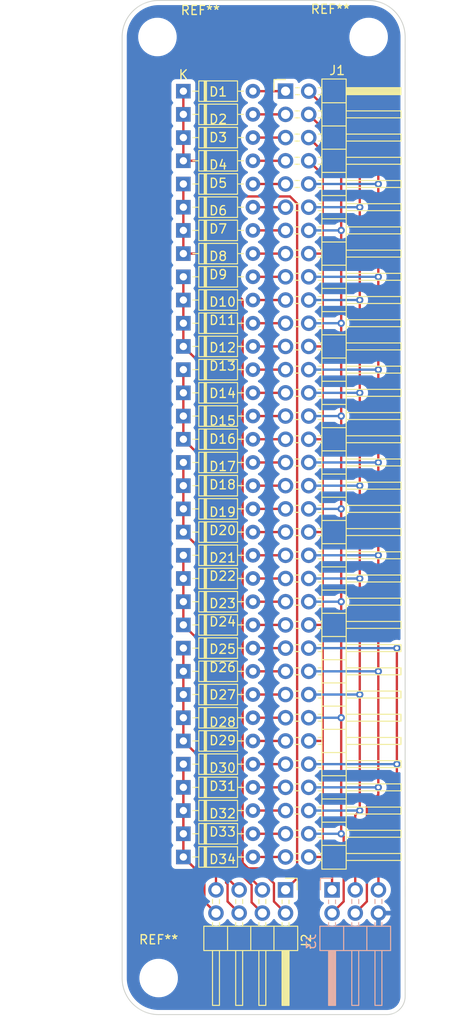
<source format=kicad_pcb>
(kicad_pcb (version 20211014) (generator pcbnew)
  (layers (0 "F.Cu" signal) (31 "B.Cu" mixed) (34 "B.Paste" user) (35 "F.Paste" user) (36 "B.SilkS" user "B.Silkscreen") (37 "F.SilkS" user "F.Silkscreen") (38 "B.Mask" user) (39 "F.Mask" user) (44 "Edge.Cuts" user))
  (net 0 "")
  (net 1 "Net-(D1-Pad1)")
  (net 2 "Net-(D1-Pad2)")
  (net 3 "Net-(D10-Pad1)")
  (net 4 "Net-(D6-Pad2)")
  (net 5 "Net-(D7-Pad2)")
  (net 6 "Net-(D8-Pad2)")
  (net 7 "Net-(D9-Pad2)")
  (net 8 "Net-(D10-Pad2)")
  (net 9 "Net-(D11-Pad2)")
  (net 10 "Net-(D12-Pad2)")
  (net 11 "Net-(D13-Pad2)")
  (net 12 "Net-(D14-Pad2)")
  (net 13 "Net-(D15-Pad2)")
  (net 14 "Net-(D16-Pad2)")
  (net 15 "Net-(D17-Pad2)")
  (net 16 "Net-(D18-Pad2)")
  (net 17 "Net-(D19-Pad2)")
  (net 18 "Net-(D20-Pad2)")
  (net 19 "Net-(D21-Pad2)")
  (net 20 "Net-(D22-Pad2)")
  (net 21 "Net-(D23-Pad2)")
  (net 22 "Net-(D24-Pad2)")
  (net 23 "Net-(D25-Pad2)")
  (net 24 "Net-(D26-Pad2)")
  (net 25 "Net-(D27-Pad2)")
  (net 26 "Net-(D28-Pad2)")
  (net 27 "Net-(D29-Pad2)")
  (net 28 "Net-(D30-Pad1)")
  (net 29 "Net-(D30-Pad2)")
  (net 30 "Net-(D31-Pad2)")
  (net 31 "Net-(D32-Pad2)")
  (net 32 "Net-(D33-Pad2)")
  (net 33 "Net-(D34-Pad2)")
  (net 34 "Net-(D2-Pad2)")
  (net 35 "Net-(D3-Pad2)")
  (net 36 "Net-(D4-Pad2)")
  (net 37 "Net-(D5-Pad2)")
  (net 38 "Net-(D13-Pad1)")
  (net 39 "Net-(D17-Pad1)")
  (net 40 "Net-(D21-Pad1)")
  (net 41 "Net-(D25-Pad1)")
  (net 42 "Net-(D5-Pad1)")
  (net 43 "Net-(J1-Pad2)")
  (net 44 "Net-(J1-Pad12)")
  (net 45 "Net-(J1-Pad14)")
  (net 46 "Net-(J1-Pad16)")
  (net 47 "Net-(J1-Pad50)")
  (net 48 "GND")
  (footprint "Diode_THT:D_DO-35_SOD27_P7.62mm_Horizontal" (layer "F.Cu") (at 77.708 140.208)
    (fp_text reference "D33" (at 4.292 -0.208) (layer "F.SilkS"))
    (fp_text value "1N4148WS")
    (pad "1" thru_hole rect (at 0 0) (size 1.6 1.6) (drill 0.8) (layers *.Cu *.Mask) (net 28 "Net-(D30-Pad1)"))
    (pad "2" thru_hole oval (at 7.62 0) (size 1.6 1.6) (drill 0.8) (layers *.Cu *.Mask) (net 32 "Net-(D33-Pad2)"))
  )
  (footprint "Diode_THT:D_DO-35_SOD27_P7.62mm_Horizontal" (layer "F.Cu") (at 77.708 142.748)
    (fp_text reference "D34" (at 4.292 0.252) (layer "F.SilkS"))
    (fp_text value "1N4148WS")
    (pad "1" thru_hole rect (at 0 0) (size 1.6 1.6) (drill 0.8) (layers *.Cu *.Mask) (net 28 "Net-(D30-Pad1)"))
    (pad "2" thru_hole oval (at 7.62 0) (size 1.6 1.6) (drill 0.8) (layers *.Cu *.Mask) (net 33 "Net-(D34-Pad2)"))
  )
  (footprint "Diode_THT:D_DO-35_SOD27_P7.62mm_Horizontal" (layer "F.Cu") (at 77.708 69.088)
    (fp_text reference "D5" (at 3.81 -0.088) (layer "F.SilkS"))
    (fp_text value "1N4148WS")
    (pad "1" thru_hole rect (at 0 0) (size 1.6 1.6) (drill 0.8) (layers *.Cu *.Mask) (net 42 "Net-(D5-Pad1)"))
    (pad "2" thru_hole oval (at 7.62 0) (size 1.6 1.6) (drill 0.8) (layers *.Cu *.Mask) (net 37 "Net-(D5-Pad2)"))
  )
  (footprint "Diode_THT:D_DO-35_SOD27_P7.62mm_Horizontal" (layer "F.Cu") (at 77.708 58.928)
    (fp_text reference "D1" (at 3.81 0.072) (layer "F.SilkS"))
    (fp_text value "1N4148WS")
    (fp_text user "K" (at 0 -1.8) (layer "F.SilkS"))
    (pad "1" thru_hole rect (at 0 0) (size 1.6 1.6) (drill 0.8) (layers *.Cu *.Mask) (net 1 "Net-(D1-Pad1)"))
    (pad "2" thru_hole oval (at 7.62 0) (size 1.6 1.6) (drill 0.8) (layers *.Cu *.Mask) (net 2 "Net-(D1-Pad2)"))
  )
  (footprint "Diode_THT:D_DO-35_SOD27_P7.62mm_Horizontal" (layer "F.Cu") (at 77.708 124.968)
    (fp_text reference "D27" (at 4.292 0.032) (layer "F.SilkS"))
    (fp_text value "1N4148WS")
    (pad "1" thru_hole rect (at 0 0) (size 1.6 1.6) (drill 0.8) (layers *.Cu *.Mask) (net 41 "Net-(D25-Pad1)"))
    (pad "2" thru_hole oval (at 7.62 0) (size 1.6 1.6) (drill 0.8) (layers *.Cu *.Mask) (net 25 "Net-(D27-Pad2)"))
  )
  (footprint "Diode_THT:D_DO-35_SOD27_P7.62mm_Horizontal" (layer "F.Cu") (at 77.708 94.488)
    (fp_text reference "D15" (at 4.292 0.512) (layer "F.SilkS"))
    (fp_text value "1N4148WS")
    (pad "1" thru_hole rect (at 0 0) (size 1.6 1.6) (drill 0.8) (layers *.Cu *.Mask) (net 38 "Net-(D13-Pad1)"))
    (pad "2" thru_hole oval (at 7.62 0) (size 1.6 1.6) (drill 0.8) (layers *.Cu *.Mask) (net 13 "Net-(D15-Pad2)"))
  )
  (footprint "Diode_THT:D_DO-35_SOD27_P7.62mm_Horizontal" (layer "F.Cu") (at 77.708 109.728)
    (fp_text reference "D21" (at 4.292 0.272) (layer "F.SilkS"))
    (fp_text value "1N4148WS")
    (pad "1" thru_hole rect (at 0 0) (size 1.6 1.6) (drill 0.8) (layers *.Cu *.Mask) (net 40 "Net-(D21-Pad1)"))
    (pad "2" thru_hole oval (at 7.62 0) (size 1.6 1.6) (drill 0.8) (layers *.Cu *.Mask) (net 19 "Net-(D21-Pad2)"))
  )
  (footprint "Diode_THT:D_DO-35_SOD27_P7.62mm_Horizontal" (layer "F.Cu") (at 77.708 91.948)
    (fp_text reference "D14" (at 4.292 0.052) (layer "F.SilkS"))
    (fp_text value "1N4148WS")
    (pad "1" thru_hole rect (at 0 0) (size 1.6 1.6) (drill 0.8) (layers *.Cu *.Mask) (net 38 "Net-(D13-Pad1)"))
    (pad "2" thru_hole oval (at 7.62 0) (size 1.6 1.6) (drill 0.8) (layers *.Cu *.Mask) (net 12 "Net-(D14-Pad2)"))
  )
  (footprint "Diode_THT:D_DO-35_SOD27_P7.62mm_Horizontal" (layer "F.Cu") (at 77.708 137.668)
    (fp_text reference "D32" (at 4.292 0.332) (layer "F.SilkS"))
    (fp_text value "1N4148WS")
    (pad "1" thru_hole rect (at 0 0) (size 1.6 1.6) (drill 0.8) (layers *.Cu *.Mask) (net 28 "Net-(D30-Pad1)"))
    (pad "2" thru_hole oval (at 7.62 0) (size 1.6 1.6) (drill 0.8) (layers *.Cu *.Mask) (net 31 "Net-(D32-Pad2)"))
  )
  (footprint "Diode_THT:D_DO-35_SOD27_P7.62mm_Horizontal" (layer "F.Cu") (at 77.708 102.108)
    (fp_text reference "D18" (at 4.292 -0.108) (layer "F.SilkS"))
    (fp_text value "1N4148WS")
    (pad "1" thru_hole rect (at 0 0) (size 1.6 1.6) (drill 0.8) (layers *.Cu *.Mask) (net 39 "Net-(D17-Pad1)"))
    (pad "2" thru_hole oval (at 7.62 0) (size 1.6 1.6) (drill 0.8) (layers *.Cu *.Mask) (net 16 "Net-(D18-Pad2)"))
  )
  (footprint "Diode_THT:D_DO-35_SOD27_P7.62mm_Horizontal" (layer "F.Cu") (at 77.708 135.128)
    (fp_text reference "D31" (at 4.292 -0.128) (layer "F.SilkS"))
    (fp_text value "1N4148WS")
    (pad "1" thru_hole rect (at 0 0) (size 1.6 1.6) (drill 0.8) (layers *.Cu *.Mask) (net 28 "Net-(D30-Pad1)"))
    (pad "2" thru_hole oval (at 7.62 0) (size 1.6 1.6) (drill 0.8) (layers *.Cu *.Mask) (net 30 "Net-(D31-Pad2)"))
  )
  (footprint "Diode_THT:D_DO-35_SOD27_P7.62mm_Horizontal" (layer "F.Cu") (at 77.708 114.808)
    (fp_text reference "D23" (at 4.292 0.192) (layer "F.SilkS"))
    (fp_text value "1N4148WS")
    (pad "1" thru_hole rect (at 0 0) (size 1.6 1.6) (drill 0.8) (layers *.Cu *.Mask) (net 40 "Net-(D21-Pad1)"))
    (pad "2" thru_hole oval (at 7.62 0) (size 1.6 1.6) (drill 0.8) (layers *.Cu *.Mask) (net 21 "Net-(D23-Pad2)"))
  )
  (footprint "Diode_THT:D_DO-35_SOD27_P7.62mm_Horizontal" (layer "F.Cu") (at 77.708 81.788)
    (fp_text reference "D10" (at 4.292 0.212) (layer "F.SilkS"))
    (fp_text value "1N4148WS")
    (pad "1" thru_hole rect (at 0 0) (size 1.6 1.6) (drill 0.8) (layers *.Cu *.Mask) (net 3 "Net-(D10-Pad1)"))
    (pad "2" thru_hole oval (at 7.62 0) (size 1.6 1.6) (drill 0.8) (layers *.Cu *.Mask) (net 8 "Net-(D10-Pad2)"))
  )
  (footprint "Diode_THT:D_DO-35_SOD27_P7.62mm_Horizontal" (layer "F.Cu") (at 77.708 127.508)
    (fp_text reference "D28" (at 4.292 0.492) (layer "F.SilkS"))
    (fp_text value "1N4148WS")
    (pad "1" thru_hole rect (at 0 0) (size 1.6 1.6) (drill 0.8) (layers *.Cu *.Mask) (net 41 "Net-(D25-Pad1)"))
    (pad "2" thru_hole oval (at 7.62 0) (size 1.6 1.6) (drill 0.8) (layers *.Cu *.Mask) (net 26 "Net-(D28-Pad2)"))
  )
  (footprint "MountingHole:MountingHole_3.2mm_M3" (layer "F.Cu") (at 98 53)
    (fp_text reference "REF**" (at -4.191 -3.048) (layer "F.SilkS"))
    (fp_text value "MountingHole_3.2mm_M3")
    (pad "" np_thru_hole circle (at 0 0) (size 3.2 3.2) (drill 3.2) (layers *.Cu *.Mask))
  )
  (footprint "Diode_THT:D_DO-35_SOD27_P7.62mm_Horizontal" (layer "F.Cu") (at 77.708 132.588)
    (fp_text reference "D30" (at 4.292 0.412) (layer "F.SilkS"))
    (fp_text value "1N4148WS")
    (pad "1" thru_hole rect (at 0 0) (size 1.6 1.6) (drill 0.8) (layers *.Cu *.Mask) (net 28 "Net-(D30-Pad1)"))
    (pad "2" thru_hole oval (at 7.62 0) (size 1.6 1.6) (drill 0.8) (layers *.Cu *.Mask) (net 29 "Net-(D30-Pad2)"))
  )
  (footprint "Diode_THT:D_DO-35_SOD27_P7.62mm_Horizontal" (layer "F.Cu") (at 77.708 66.548)
    (fp_text reference "D4" (at 3.81 0.452) (layer "F.SilkS"))
    (fp_text value "1N4148WS")
    (pad "1" thru_hole rect (at 0 0) (size 1.6 1.6) (drill 0.8) (layers *.Cu *.Mask) (net 1 "Net-(D1-Pad1)"))
    (pad "2" thru_hole oval (at 7.62 0) (size 1.6 1.6) (drill 0.8) (layers *.Cu *.Mask) (net 36 "Net-(D4-Pad2)"))
  )
  (footprint "Diode_THT:D_DO-35_SOD27_P7.62mm_Horizontal" (layer "F.Cu") (at 77.708 86.868)
    (fp_text reference "D12" (at 4.292 0.132) (layer "F.SilkS"))
    (fp_text value "1N4148WS")
    (pad "1" thru_hole rect (at 0 0) (size 1.6 1.6) (drill 0.8) (layers *.Cu *.Mask) (net 3 "Net-(D10-Pad1)"))
    (pad "2" thru_hole oval (at 7.62 0) (size 1.6 1.6) (drill 0.8) (layers *.Cu *.Mask) (net 10 "Net-(D12-Pad2)"))
  )
  (footprint "Diode_THT:D_DO-35_SOD27_P7.62mm_Horizontal" (layer "F.Cu") (at 77.708 76.708)
    (fp_text reference "D8" (at 3.81 0.292) (layer "F.SilkS"))
    (fp_text value "1N4148WS")
    (pad "1" thru_hole rect (at 0 0) (size 1.6 1.6) (drill 0.8) (layers *.Cu *.Mask) (net 42 "Net-(D5-Pad1)"))
    (pad "2" thru_hole oval (at 7.62 0) (size 1.6 1.6) (drill 0.8) (layers *.Cu *.Mask) (net 6 "Net-(D8-Pad2)"))
  )
  (footprint "Connector_PinHeader_2.54mm:PinHeader_2x34_P2.54mm_Horizontal" (layer "F.Cu") (at 88.9 58.928)
    (fp_text reference "J1" (at 5.655 -2.27) (layer "F.SilkS"))
    (fp_text value "Conn_02x34_Odd_Even")
    (pad "1" thru_hole rect (at 0 0) (size 1.7 1.7) (drill 1) (layers *.Cu *.Mask) (net 2 "Net-(D1-Pad2)"))
    (pad "2" thru_hole oval (at 2.54 0) (size 1.7 1.7) (drill 1) (layers *.Cu *.Mask) (net 43 "Net-(J1-Pad2)"))
    (pad "3" thru_hole oval (at 0 2.54) (size 1.7 1.7) (drill 1) (layers *.Cu *.Mask) (net 34 "Net-(D2-Pad2)"))
    (pad "4" thru_hole oval (at 2.54 2.54) (size 1.7 1.7) (drill 1) (layers *.Cu *.Mask) (net 44 "Net-(J1-Pad12)"))
    (pad "5" thru_hole oval (at 0 5.08) (size 1.7 1.7) (drill 1) (layers *.Cu *.Mask) (net 35 "Net-(D3-Pad2)"))
    (pad "6" thru_hole oval (at 2.54 5.08) (size 1.7 1.7) (drill 1) (layers *.Cu *.Mask) (net 45 "Net-(J1-Pad14)"))
    (pad "7" thru_hole oval (at 0 7.62) (size 1.7 1.7) (drill 1) (layers *.Cu *.Mask) (net 36 "Net-(D4-Pad2)"))
    (pad "8" thru_hole oval (at 2.54 7.62) (size 1.7 1.7) (drill 1) (layers *.Cu *.Mask) (net 46 "Net-(J1-Pad16)"))
    (pad "9" thru_hole oval (at 0 10.16) (size 1.7 1.7) (drill 1) (layers *.Cu *.Mask) (net 37 "Net-(D5-Pad2)"))
    (pad "10" thru_hole oval (at 2.54 10.16) (size 1.7 1.7) (drill 1) (layers *.Cu *.Mask) (net 43 "Net-(J1-Pad2)"))
    (pad "11" thru_hole oval (at 0 12.7) (size 1.7 1.7) (drill 1) (layers *.Cu *.Mask) (net 4 "Net-(D6-Pad2)"))
    (pad "12" thru_hole oval (at 2.54 12.7) (size 1.7 1.7) (drill 1) (layers *.Cu *.Mask) (net 44 "Net-(J1-Pad12)"))
    (pad "13" thru_hole oval (at 0 15.24) (size 1.7 1.7) (drill 1) (layers *.Cu *.Mask) (net 5 "Net-(D7-Pad2)"))
    (pad "14" thru_hole oval (at 2.54 15.24) (size 1.7 1.7) (drill 1) (layers *.Cu *.Mask) (net 45 "Net-(J1-Pad14)"))
    (pad "15" thru_hole oval (at 0 17.78) (size 1.7 1.7) (drill 1) (layers *.Cu *.Mask) (net 6 "Net-(D8-Pad2)"))
    (pad "16" thru_hole oval (at 2.54 17.78) (size 1.7 1.7) (drill 1) (layers *.Cu *.Mask) (net 46 "Net-(J1-Pad16)"))
    (pad "17" thru_hole oval (at 0 20.32) (size 1.7 1.7) (drill 1) (layers *.Cu *.Mask) (net 7 "Net-(D9-Pad2)"))
    (pad "18" thru_hole oval (at 2.54 20.32) (size 1.7 1.7) (drill 1) (layers *.Cu *.Mask) (net 43 "Net-(J1-Pad2)"))
    (pad "19" thru_hole oval (at 0 22.86) (size 1.7 1.7) (drill 1) (layers *.Cu *.Mask) (net 8 "Net-(D10-Pad2)"))
    (pad "20" thru_hole oval (at 2.54 22.86) (size 1.7 1.7) (drill 1) (layers *.Cu *.Mask) (net 44 "Net-(J1-Pad12)"))
    (pad "21" thru_hole oval (at 0 25.4) (size 1.7 1.7) (drill 1) (layers *.Cu *.Mask) (net 9 "Net-(D11-Pad2)"))
    (pad "22" thru_hole oval (at 2.54 25.4) (size 1.7 1.7) (drill 1) (layers *.Cu *.Mask) (net 45 "Net-(J1-Pad14)"))
    (pad "23" thru_hole oval (at 0 27.94) (size 1.7 1.7) (drill 1) (layers *.Cu *.Mask) (net 10 "Net-(D12-Pad2)"))
    (pad "24" thru_hole oval (at 2.54 27.94) (size 1.7 1.7) (drill 1) (layers *.Cu *.Mask) (net 46 "Net-(J1-Pad16)"))
    (pad "25" thru_hole oval (at 0 30.48) (size 1.7 1.7) (drill 1) (layers *.Cu *.Mask) (net 11 "Net-(D13-Pad2)"))
    (pad "26" thru_hole oval (at 2.54 30.48) (size 1.7 1.7) (drill 1) (layers *.Cu *.Mask) (net 43 "Net-(J1-Pad2)"))
    (pad "27" thru_hole oval (at 0 33.02) (size 1.7 1.7) (drill 1) (layers *.Cu *.Mask) (net 12 "Net-(D14-Pad2)"))
    (pad "28" thru_hole oval (at 2.54 33.02) (size 1.7 1.7) (drill 1) (layers *.Cu *.Mask) (net 44 "Net-(J1-Pad12)"))
    (pad "29" thru_hole oval (at 0 35.56) (size 1.7 1.7) (drill 1) (layers *.Cu *.Mask) (net 13 "Net-(D15-Pad2)"))
    (pad "30" thru_hole oval (at 2.54 35.56) (size 1.7 1.7) (drill 1) (layers *.Cu *.Mask) (net 45 "Net-(J1-Pad14)"))
    (pad "31" thru_hole oval (at 0 38.1) (size 1.7 1.7) (drill 1) (layers *.Cu *.Mask) (net 14 "Net-(D16-Pad2)"))
    (pad "32" thru_hole oval (at 2.54 38.1) (size 1.7 1.7) (drill 1) (layers *.Cu *.Mask) (net 46 "Net-(J1-Pad16)"))
    (pad "33" thru_hole oval (at 0 40.64) (size 1.7 1.7) (drill 1) (layers *.Cu *.Mask) (net 15 "Net-(D17-Pad2)"))
    (pad "34" thru_hole oval (at 2.54 40.64) (size 1.7 1.7) (drill 1) (layers *.Cu *.Mask) (net 43 "Net-(J1-Pad2)"))
    (pad "35" thru_hole oval (at 0 43.18) (size 1.7 1.7) (drill 1) (layers *.Cu *.Mask) (net 16 "Net-(D18-Pad2)"))
    (pad "36" thru_hole oval (at 2.54 43.18) (size 1.7 1.7) (drill 1) (layers *.Cu *.Mask) (net 44 "Net-(J1-Pad12)"))
    (pad "37" thru_hole oval (at 0 45.72) (size 1.7 1.7) (drill 1) (layers *.Cu *.Mask) (net 17 "Net-(D19-Pad2)"))
    (pad "38" thru_hole oval (at 2.54 45.72) (size 1.7 1.7) (drill 1) (layers *.Cu *.Mask) (net 45 "Net-(J1-Pad14)"))
    (pad "39" thru_hole oval (at 0 48.26) (size 1.7 1.7) (drill 1) (layers *.Cu *.Mask) (net 18 "Net-(D20-Pad2)"))
    (pad "40" thru_hole oval (at 2.54 48.26) (size 1.7 1.7) (drill 1) (layers *.Cu *.Mask) (net 46 "Net-(J1-Pad16)"))
    (pad "41" thru_hole oval (at 0 50.8) (size 1.7 1.7) (drill 1) (layers *.Cu *.Mask) (net 19 "Net-(D21-Pad2)"))
    (pad "42" thru_hole oval (at 2.54 50.8) (size 1.7 1.7) (drill 1) (layers *.Cu *.Mask) (net 43 "Net-(J1-Pad2)"))
    (pad "43" thru_hole oval (at 0 53.34) (size 1.7 1.7) (drill 1) (layers *.Cu *.Mask) (net 20 "Net-(D22-Pad2)"))
    (pad "44" thru_hole oval (at 2.54 53.34) (size 1.7 1.7) (drill 1) (layers *.Cu *.Mask) (net 44 "Net-(J1-Pad12)"))
    (pad "45" thru_hole oval (at 0 55.88) (size 1.7 1.7) (drill 1) (layers *.Cu *.Mask) (net 21 "Net-(D23-Pad2)"))
    (pad "46" thru_hole oval (at 2.54 55.88) (size 1.7 1.7) (drill 1) (layers *.Cu *.Mask) (net 45 "Net-(J1-Pad14)"))
    (pad "47" thru_hole oval (at 0 58.42) (size 1.7 1.7) (drill 1) (layers *.Cu *.Mask) (net 22 "Net-(D24-Pad2)"))
    (pad "48" thru_hole oval (at 2.54 58.42) (size 1.7 1.7) (drill 1) (layers *.Cu *.Mask) (net 46 "Net-(J1-Pad16)"))
    (pad "49" thru_hole oval (at 0 60.96) (size 1.7 1.7) (drill 1) (layers *.Cu *.Mask) (net 23 "Net-(D25-Pad2)"))
    (pad "50" thru_hole oval (at 2.54 60.96) (size 1.7 1.7) (drill 1) (layers *.Cu *.Mask) (net 47 "Net-(J1-Pad50)"))
    (pad "51" thru_hole oval (at 0 63.5) (size 1.7 1.7) (drill 1) (layers *.Cu *.Mask) (net 24 "Net-(D26-Pad2)"))
    (pad "52" thru_hole oval (at 2.54 63.5) (size 1.7 1.7) (drill 1) (layers *.Cu *.Mask) (net 43 "Net-(J1-Pad2)"))
    (pad "53" thru_hole oval (at 0 66.04) (size 1.7 1.7) (drill 1) (layers *.Cu *.Mask) (net 25 "Net-(D27-Pad2)"))
    (pad "54" thru_hole oval (at 2.54 66.04) (size 1.7 1.7) (drill 1) (layers *.Cu *.Mask) (net 44 "Net-(J1-Pad12)"))
    (pad "55" thru_hole oval (at 0 68.58) (size 1.7 1.7) (drill 1) (layers *.Cu *.Mask) (net 26 "Net-(D28-Pad2)"))
    (pad "56" thru_hole oval (at 2.54 68.58) (size 1.7 1.7) (drill 1) (layers *.Cu *.Mask) (net 45 "Net-(J1-Pad14)"))
    (pad "57" thru_hole oval (at 0 71.12) (size 1.7 1.7) (drill 1) (layers *.Cu *.Mask) (net 27 "Net-(D29-Pad2)"))
    (pad "58" thru_hole oval (at 2.54 71.12) (size 1.7 1.7) (drill 1) (layers *.Cu *.Mask) (net 46 "Net-(J1-Pad16)"))
    (pad "59" thru_hole oval (at 0 73.66) (size 1.7 1.7) (drill 1) (layers *.Cu *.Mask) (net 29 "Net-(D30-Pad2)"))
    (pad "60" thru_hole oval (at 2.54 73.66) (size 1.7 1.7) (drill 1) (layers *.Cu *.Mask) (net 47 "Net-(J1-Pad50)"))
    (pad "61" thru_hole oval (at 0 76.2) (size 1.7 1.7) (drill 1) (layers *.Cu *.Mask) (net 30 "Net-(D31-Pad2)"))
    (pad "62" thru_hole oval (at 2.54 76.2) (size 1.7 1.7) (drill 1) (layers *.Cu *.Mask) (net 43 "Net-(J1-Pad2)"))
    (pad "63" thru_hole oval (at 0 78.74) (size 1.7 1.7) (drill 1) (layers *.Cu *.Mask) (net 31 "Net-(D32-Pad2)"))
    (pad "64" thru_hole oval (at 2.54 78.74) (size 1.7 1.7) (drill 1) (layers *.Cu *.Mask) (net 44 "Net-(J1-Pad12)"))
    (pad "65" thru_hole oval (at 0 81.28) (size 1.7 1.7) (drill 1) (layers *.Cu *.Mask) (net 32 "Net-(D33-Pad2)"))
    (pad "66" thru_hole oval (at 2.54 81.28) (size 1.7 1.7) (drill 1) (layers *.Cu *.Mask) (net 45 "Net-(J1-Pad14)"))
    (pad "67" thru_hole oval (at 0 83.82) (size 1.7 1.7) (drill 1) (layers *.Cu *.Mask) (net 33 "Net-(D34-Pad2)"))
    (pad "68" thru_hole oval (at 2.54 83.82) (size 1.7 1.7) (drill 1) (layers *.Cu *.Mask) (net 46 "Net-(J1-Pad16)"))
  )
  (footprint "Diode_THT:D_DO-35_SOD27_P7.62mm_Horizontal" (layer "F.Cu") (at 77.708 61.468)
    (fp_text reference "D2" (at 3.81 0.532) (layer "F.SilkS"))
    (fp_text value "1N4148WS")
    (pad "1" thru_hole rect (at 0 0) (size 1.6 1.6) (drill 0.8) (layers *.Cu *.Mask) (net 1 "Net-(D1-Pad1)"))
    (pad "2" thru_hole oval (at 7.62 0) (size 1.6 1.6) (drill 0.8) (layers *.Cu *.Mask) (net 34 "Net-(D2-Pad2)"))
  )
  (footprint "Diode_THT:D_DO-35_SOD27_P7.62mm_Horizontal" (layer "F.Cu") (at 77.708 71.628)
    (fp_text reference "D6" (at 3.81 0.372) (layer "F.SilkS"))
    (fp_text value "1N4148WS")
    (pad "1" thru_hole rect (at 0 0) (size 1.6 1.6) (drill 0.8) (layers *.Cu *.Mask) (net 42 "Net-(D5-Pad1)"))
    (pad "2" thru_hole oval (at 7.62 0) (size 1.6 1.6) (drill 0.8) (layers *.Cu *.Mask) (net 4 "Net-(D6-Pad2)"))
  )
  (footprint "MountingHole:MountingHole_3.2mm_M3" (layer "F.Cu") (at 75 156)
    (fp_text reference "REF**" (at 0 -4.2) (layer "F.SilkS"))
    (fp_text value "MountingHole_3.2mm_M3")
    (pad "" np_thru_hole circle (at 0 0) (size 3.2 3.2) (drill 3.2) (layers *.Cu *.Mask))
  )
  (footprint "Diode_THT:D_DO-35_SOD27_P7.62mm_Horizontal" (layer "F.Cu") (at 77.708 64.008)
    (fp_text reference "D3" (at 3.81 -0.008) (layer "F.SilkS"))
    (fp_text value "1N4148WS")
    (pad "1" thru_hole rect (at 0 0) (size 1.6 1.6) (drill 0.8) (layers *.Cu *.Mask) (net 1 "Net-(D1-Pad1)"))
    (pad "2" thru_hole oval (at 7.62 0) (size 1.6 1.6) (drill 0.8) (layers *.Cu *.Mask) (net 35 "Net-(D3-Pad2)"))
  )
  (footprint "Diode_THT:D_DO-35_SOD27_P7.62mm_Horizontal" (layer "F.Cu") (at 77.708 119.888)
    (fp_text reference "D25" (at 4.292 0.112) (layer "F.SilkS"))
    (fp_text value "1N4148WS")
    (pad "1" thru_hole rect (at 0 0) (size 1.6 1.6) (drill 0.8) (layers *.Cu *.Mask) (net 41 "Net-(D25-Pad1)"))
    (pad "2" thru_hole oval (at 7.62 0) (size 1.6 1.6) (drill 0.8) (layers *.Cu *.Mask) (net 23 "Net-(D25-Pad2)"))
  )
  (footprint "Diode_THT:D_DO-35_SOD27_P7.62mm_Horizontal" (layer "F.Cu") (at 77.708 112.268)
    (fp_text reference "D22" (at 4.292 -0.268) (layer "F.SilkS"))
    (fp_text value "1N4148WS")
    (pad "1" thru_hole rect (at 0 0) (size 1.6 1.6) (drill 0.8) (layers *.Cu *.Mask) (net 40 "Net-(D21-Pad1)"))
    (pad "2" thru_hole oval (at 7.62 0) (size 1.6 1.6) (drill 0.8) (layers *.Cu *.Mask) (net 20 "Net-(D22-Pad2)"))
  )
  (footprint "Diode_THT:D_DO-35_SOD27_P7.62mm_Horizontal" (layer "F.Cu") (at 77.708 107.188)
    (fp_text reference "D20" (at 4.292 -0.188) (layer "F.SilkS"))
    (fp_text value "1N4148WS")
    (pad "1" thru_hole rect (at 0 0) (size 1.6 1.6) (drill 0.8) (layers *.Cu *.Mask) (net 39 "Net-(D17-Pad1)"))
    (pad "2" thru_hole oval (at 7.62 0) (size 1.6 1.6) (drill 0.8) (layers *.Cu *.Mask) (net 18 "Net-(D20-Pad2)"))
  )
  (footprint "Diode_THT:D_DO-35_SOD27_P7.62mm_Horizontal" (layer "F.Cu") (at 77.708 74.168)
    (fp_text reference "D7" (at 3.81 -0.168) (layer "F.SilkS"))
    (fp_text value "1N4148WS")
    (pad "1" thru_hole rect (at 0 0) (size 1.6 1.6) (drill 0.8) (layers *.Cu *.Mask) (net 42 "Net-(D5-Pad1)"))
    (pad "2" thru_hole oval (at 7.62 0) (size 1.6 1.6) (drill 0.8) (layers *.Cu *.Mask) (net 5 "Net-(D7-Pad2)"))
  )
  (footprint "Diode_THT:D_DO-35_SOD27_P7.62mm_Horizontal" (layer "F.Cu") (at 77.708 117.348)
    (fp_text reference "D24" (at 4.292 -0.348) (layer "F.SilkS"))
    (fp_text value "1N4148WS")
    (pad "1" thru_hole rect (at 0 0) (size 1.6 1.6) (drill 0.8) (layers *.Cu *.Mask) (net 40 "Net-(D21-Pad1)"))
    (pad "2" thru_hole oval (at 7.62 0) (size 1.6 1.6) (drill 0.8) (layers *.Cu *.Mask) (net 22 "Net-(D24-Pad2)"))
  )
  (footprint "Diode_THT:D_DO-35_SOD27_P7.62mm_Horizontal" (layer "F.Cu") (at 77.708 130.048)
    (fp_text reference "D29" (at 4.292 -0.048) (layer "F.SilkS"))
    (fp_text value "1N4148WS")
    (pad "1" thru_hole rect (at 0 0) (size 1.6 1.6) (drill 0.8) (layers *.Cu *.Mask) (net 41 "Net-(D25-Pad1)"))
    (pad "2" thru_hole oval (at 7.62 0) (size 1.6 1.6) (drill 0.8) (layers *.Cu *.Mask) (net 27 "Net-(D29-Pad2)"))
  )
  (footprint "Diode_THT:D_DO-35_SOD27_P7.62mm_Horizontal" (layer "F.Cu") (at 77.708 104.648)
    (fp_text reference "D19" (at 4.292 0.352) (layer "F.SilkS"))
    (fp_text value "1N4148WS")
    (pad "1" thru_hole rect (at 0 0) (size 1.6 1.6) (drill 0.8) (layers *.Cu *.Mask) (net 39 "Net-(D17-Pad1)"))
    (pad "2" thru_hole oval (at 7.62 0) (size 1.6 1.6) (drill 0.8) (layers *.Cu *.Mask) (net 17 "Net-(D19-Pad2)"))
  )
  (footprint "Connector_PinHeader_2.54mm:PinHeader_2x04_P2.54mm_Horizontal" (layer "F.Cu") (at 88.9 146.35 -90)
    (fp_text reference "J2" (at 5.655 -2.27 90) (layer "F.SilkS"))
    (fp_text value "Conn_01x08_Male")
    (pad "1" thru_hole rect (at 0 0 270) (size 1.7 1.7) (drill 1) (layers *.Cu *.Mask) (net 1 "Net-(D1-Pad1)"))
    (pad "2" thru_hole oval (at 2.54 0 270) (size 1.7 1.7) (drill 1) (layers *.Cu *.Mask) (net 42 "Net-(D5-Pad1)"))
    (pad "3" thru_hole oval (at 0 2.54 270) (size 1.7 1.7) (drill 1) (layers *.Cu *.Mask) (net 3 "Net-(D10-Pad1)"))
    (pad "4" thru_hole oval (at 2.54 2.54 270) (size 1.7 1.7) (drill 1) (layers *.Cu *.Mask) (net 38 "Net-(D13-Pad1)"))
    (pad "5" thru_hole oval (at 0 5.08 270) (size 1.7 1.7) (drill 1) (layers *.Cu *.Mask) (net 39 "Net-(D17-Pad1)"))
    (pad "6" thru_hole oval (at 2.54 5.08 270) (size 1.7 1.7) (drill 1) (layers *.Cu *.Mask) (net 40 "Net-(D21-Pad1)"))
    (pad "7" thru_hole oval (at 0 7.62 270) (size 1.7 1.7) (drill 1) (layers *.Cu *.Mask) (net 41 "Net-(D25-Pad1)"))
    (pad "8" thru_hole oval (at 2.54 7.62 270) (size 1.7 1.7) (drill 1) (layers *.Cu *.Mask) (net 28 "Net-(D30-Pad1)"))
  )
  (footprint "Diode_THT:D_DO-35_SOD27_P7.62mm_Horizontal" (layer "F.Cu") (at 77.708 89.408)
    (fp_text reference "D13" (at 4.292 -0.408) (layer "F.SilkS"))
    (fp_text value "1N4148WS")
    (pad "1" thru_hole rect (at 0 0) (size 1.6 1.6) (drill 0.8) (layers *.Cu *.Mask) (net 38 "Net-(D13-Pad1)"))
    (pad "2" thru_hole oval (at 7.62 0) (size 1.6 1.6) (drill 0.8) (layers *.Cu *.Mask) (net 11 "Net-(D13-Pad2)"))
  )
  (footprint "Diode_THT:D_DO-35_SOD27_P7.62mm_Horizontal" (layer "F.Cu") (at 77.708 84.328)
    (fp_text reference "D11" (at 4.292 -0.328) (layer "F.SilkS"))
    (fp_text value "1N4148WS")
    (pad "1" thru_hole rect (at 0 0) (size 1.6 1.6) (drill 0.8) (layers *.Cu *.Mask) (net 3 "Net-(D10-Pad1)"))
    (pad "2" thru_hole oval (at 7.62 0) (size 1.6 1.6) (drill 0.8) (layers *.Cu *.Mask) (net 9 "Net-(D11-Pad2)"))
  )
  (footprint "Diode_THT:D_DO-35_SOD27_P7.62mm_Horizontal" (layer "F.Cu") (at 77.708 122.428)
    (fp_text reference "D26" (at 4.292 -0.428) (layer "F.SilkS"))
    (fp_text value "1N4148WS")
    (pad "1" thru_hole rect (at 0 0) (size 1.6 1.6) (drill 0.8) (layers *.Cu *.Mask) (net 41 "Net-(D25-Pad1)"))
    (pad "2" thru_hole oval (at 7.62 0) (size 1.6 1.6) (drill 0.8) (layers *.Cu *.Mask) (net 24 "Net-(D26-Pad2)"))
  )
  (footprint "Diode_THT:D_DO-35_SOD27_P7.62mm_Horizontal" (layer "F.Cu") (at 77.708 79.248)
    (fp_text reference "D9" (at 3.81 -0.248) (layer "F.SilkS"))
    (fp_text value "1N4148WS")
    (pad "1" thru_hole rect (at 0 0) (size 1.6 1.6) (drill 0.8) (layers *.Cu *.Mask) (net 3 "Net-(D10-Pad1)"))
    (pad "2" thru_hole oval (at 7.62 0) (size 1.6 1.6) (drill 0.8) (layers *.Cu *.Mask) (net 7 "Net-(D9-Pad2)"))
  )
  (footprint "Diode_THT:D_DO-35_SOD27_P7.62mm_Horizontal" (layer "F.Cu") (at 77.708 97.028)
    (fp_text reference "D16" (at 4.292 -0.028) (layer "F.SilkS"))
    (fp_text value "1N4148WS")
    (pad "1" thru_hole rect (at 0 0) (size 1.6 1.6) (drill 0.8) (layers *.Cu *.Mask) (net 38 "Net-(D13-Pad1)"))
    (pad "2" thru_hole oval (at 7.62 0) (size 1.6 1.6) (drill 0.8) (layers *.Cu *.Mask) (net 14 "Net-(D16-Pad2)"))
  )
  (footprint "Diode_THT:D_DO-35_SOD27_P7.62mm_Horizontal" (layer "F.Cu") (at 77.708 99.568)
    (fp_text reference "D17" (at 4.292 0.432) (layer "F.SilkS"))
    (fp_text value "1N4148WS")
    (pad "1" thru_hole rect (at 0 0) (size 1.6 1.6) (drill 0.8) (layers *.Cu *.Mask) (net 39 "Net-(D17-Pad1)"))
    (pad "2" thru_hole oval (at 7.62 0) (size 1.6 1.6) (drill 0.8) (layers *.Cu *.Mask) (net 15 "Net-(D17-Pad2)"))
  )
  (footprint "MountingHole:MountingHole_3.2mm_M3" (layer "F.Cu") (at 74.87 53)
    (fp_text reference "REF**" (at 4.699 -2.921) (layer "F.SilkS"))
    (fp_text value "MountingHole_3.2mm_M3")
    (pad "" np_thru_hole circle (at 0 0) (size 3.2 3.2) (drill 3.2) (layers *.Cu *.Mask))
  )
  (footprint "Connector_PinHeader_2.54mm:PinHeader_2x03_P2.54mm_Horizontal" (layer "B.Cu") (at 93.995 146.35 -90)
    (fp_text reference "J3" (at 5.655 2.27 90) (layer "B.SilkS") (effects (justify mirror)))
    (fp_text value "Conn_01x06_Male")
    (pad "1" thru_hole rect (at 0 0 270) (size 1.7 1.7) (drill 1) (layers *.Cu *.Mask) (net 46 "Net-(J1-Pad16)"))
    (pad "2" thru_hole oval (at 2.54 0 270) (size 1.7 1.7) (drill 1) (layers *.Cu *.Mask) (net 45 "Net-(J1-Pad14)"))
    (pad "3" thru_hole oval (at 0 -2.54 270) (size 1.7 1.7) (drill 1) (layers *.Cu *.Mask) (net 44 "Net-(J1-Pad12)"))
    (pad "4" thru_hole oval (at 2.54 -2.54 270) (size 1.7 1.7) (drill 1) (layers *.Cu *.Mask) (net 43 "Net-(J1-Pad2)"))
    (pad "5" thru_hole oval (at 0 -5.08 270) (size 1.7 1.7) (drill 1) (layers *.Cu *.Mask) (net 47 "Net-(J1-Pad50)"))
    (pad "6" thru_hole oval (at 2.54 -5.08 270) (size 1.7 1.7) (drill 1) (layers *.Cu *.Mask) (net 48 "GND"))
  )
  (gr_poly (pts (arc (start 102 53) (mid 100.828427 50.171573) (end 98 49)) (arc (start 75 49) (mid 72.171573 50.171573) (end 71 53)) (arc (start 71 156) (mid 72.171573 158.828427) (end 75 160)) (xy 84.192923 160) (arc (start 100 160) (mid 101.414214 159.414214) (end 102 158)) (xy 101.992077 57.717077)) (layer "Edge.Cuts") (width 0.1) (fill none))
  (segment (start 90.17 145.08) (end 90.17 71.23347) (width 0.254) (layer "F.Cu") (net 1))
  (segment (start 79.121 66.548) (end 77.708 66.548) (width 0.254) (layer "F.Cu") (net 1))
  (segment (start 90.17 71.23347) (end 89.38753 70.451) (width 0.254) (layer "F.Cu") (net 1))
  (segment (start 88.9 146.35) (end 90.17 145.08) (width 0.254) (layer "F.Cu") (net 1))
  (segment (start 77.708 58.928) (end 77.708 66.548) (width 0.254) (layer "F.Cu") (net 1))
  (segment (start 83.024 70.451) (end 79.121 66.548) (width 0.254) (layer "F.Cu") (net 1))
  (segment (start 89.38753 70.451) (end 83.024 70.451) (width 0.254) (layer "F.Cu") (net 1))
  (segment (start 85.328 58.928) (end 88.9 58.928) (width 0.254) (layer "F.Cu") (net 2))
  (segment (start 83.747 143.737) (end 86.36 146.35) (width 0.254) (layer "F.Cu") (net 3))
  (segment (start 77.708 79.248) (end 77.708 86.868) (width 0.254) (layer "F.Cu") (net 3))
  (segment (start 77.708 86.868) (end 83.747 92.907) (width 0.254) (layer "F.Cu") (net 3))
  (segment (start 83.747 92.907) (end 83.747 143.737) (width 0.254) (layer "F.Cu") (net 3))
  (segment (start 85.328 71.628) (end 88.9 71.628) (width 0.254) (layer "F.Cu") (net 4))
  (segment (start 85.328 74.168) (end 88.9 74.168) (width 0.254) (layer "F.Cu") (net 5))
  (segment (start 85.328 76.708) (end 88.9 76.708) (width 0.254) (layer "F.Cu") (net 6))
  (segment (start 88.9 79.248) (end 85.328 79.248) (width 0.254) (layer "F.Cu") (net 7))
  (segment (start 85.328 81.788) (end 88.9 81.788) (width 0.254) (layer "F.Cu") (net 8))
  (segment (start 85.328 84.328) (end 88.9 84.328) (width 0.254) (layer "F.Cu") (net 9))
  (segment (start 85.328 86.868) (end 88.9 86.868) (width 0.254) (layer "F.Cu") (net 10))
  (segment (start 85.328 89.408) (end 88.9 89.408) (width 0.254) (layer "F.Cu") (net 11))
  (segment (start 85.328 91.948) (end 88.9 91.948) (width 0.254) (layer "F.Cu") (net 12))
  (segment (start 85.328 94.488) (end 88.9 94.488) (width 0.254) (layer "F.Cu") (net 13))
  (segment (start 88.9 97.028) (end 85.328 97.028) (width 0.254) (layer "F.Cu") (net 14))
  (segment (start 85.328 99.568) (end 88.9 99.568) (width 0.254) (layer "F.Cu") (net 15))
  (segment (start 85.328 102.108) (end 88.9 102.108) (width 0.254) (layer "F.Cu") (net 16))
  (segment (start 85.328 104.648) (end 88.9 104.648) (width 0.254) (layer "F.Cu") (net 17))
  (segment (start 85.328 107.188) (end 88.9 107.188) (width 0.254) (layer "F.Cu") (net 18))
  (segment (start 85.328 109.728) (end 88.9 109.728) (width 0.254) (layer "F.Cu") (net 19))
  (segment (start 85.328 112.268) (end 88.9 112.268) (width 0.254) (layer "F.Cu") (net 20))
  (segment (start 85.328 114.808) (end 88.9 114.808) (width 0.254) (layer "F.Cu") (net 21))
  (segment (start 85.328 117.348) (end 88.9 117.348) (width 0.254) (layer "F.Cu") (net 22))
  (segment (start 85.328 119.888) (end 88.9 119.888) (width 0.254) (layer "F.Cu") (net 23))
  (segment (start 85.328 122.428) (end 88.9 122.428) (width 0.254) (layer "F.Cu") (net 24))
  (segment (start 85.328 124.968) (end 88.9 124.968) (width 0.254) (layer "F.Cu") (net 25))
  (segment (start 85.328 127.508) (end 88.9 127.508) (width 0.254) (layer "F.Cu") (net 26))
  (segment (start 85.328 130.048) (end 88.9 130.048) (width 0.254) (layer "F.Cu") (net 27))
  (segment (start 81.28 148.89) (end 80.01 147.62) (width 0.254) (layer "F.Cu") (net 28))
  (segment (start 77.708 142.748) (end 77.708 140.208) (width 0.254) (layer "F.Cu") (net 28))
  (segment (start 80.01 145.034) (end 79.994 145.034) (width 0.254) (layer "F.Cu") (net 28))
  (segment (start 77.708 135.128) (end 77.708 132.588) (width 0.254) (layer "F.Cu") (net 28))
  (segment (start 80.01 145.034) (end 79.51 144.534) (width 0.254) (layer "F.Cu") (net 28))
  (segment (start 77.708 140.208) (end 77.708 137.668) (width 0.254) (layer "F.Cu") (net 28))
  (segment (start 80.01 147.62) (end 80.01 145.034) (width 0.254) (layer "F.Cu") (net 28))
  (segment (start 79.51 144.534) (end 79.494 144.534) (width 0.254) (layer "F.Cu") (net 28))
  (segment (start 77.708 142.748) (end 77.708 132.588) (width 0.254) (layer "F.Cu") (net 28))
  (segment (start 79.994 145.034) (end 77.708 142.748) (width 0.254) (layer "F.Cu") (net 28))
  (segment (start 77.708 137.668) (end 77.708 135.128) (width 0.254) (layer "F.Cu") (net 28))
  (segment (start 79.494 144.534) (end 79.74 144.78) (width 0.254) (layer "F.Cu") (net 28))
  (segment (start 77.708 142.748) (end 79.494 144.534) (width 0.254) (layer "F.Cu") (net 28))
  (segment (start 85.328 132.588) (end 88.9 132.588) (width 0.254) (layer "F.Cu") (net 29))
  (segment (start 85.328 135.128) (end 88.9 135.128) (width 0.254) (layer "F.Cu") (net 30))
  (segment (start 85.328 137.668) (end 88.9 137.668) (width 0.254) (layer "F.Cu") (net 31))
  (segment (start 85.328 140.208) (end 88.9 140.208) (width 0.254) (layer "F.Cu") (net 32))
  (segment (start 86.233 142.748) (end 88.9 142.748) (width 0.254) (layer "F.Cu") (net 33))
  (segment (start 85.328 61.468) (end 88.9 61.468) (width 0.254) (layer "F.Cu") (net 34))
  (segment (start 85.328 64.008) (end 88.9 64.008) (width 0.254) (layer "F.Cu") (net 35))
  (segment (start 85.328 66.548) (end 88.9 66.548) (width 0.254) (layer "F.Cu") (net 36))
  (segment (start 85.328 69.088) (end 88.9 69.088) (width 0.254) (layer "F.Cu") (net 37))
  (segment (start 83.293 143.925052) (end 83.293 102.613) (width 0.254) (layer "F.Cu") (net 38))
  (segment (start 77.708 89.408) (end 77.708 97.028) (width 0.254) (layer "F.Cu") (net 38))
  (segment (start 85.183 145.815052) (end 83.293 143.925052) (width 0.254) (layer "F.Cu") (net 38))
  (segment (start 83.293 102.613) (end 77.708 97.028) (width 0.254) (layer "F.Cu") (net 38))
  (segment (start 86.36 148.89) (end 85.183 147.713) (width 0.254) (layer "F.Cu") (net 38))
  (segment (start 85.183 147.713) (end 85.183 145.815052) (width 0.254) (layer "F.Cu") (net 38))
  (segment (start 82.839 145.369) (end 83.82 146.35) (width 0.254) (layer "F.Cu") (net 39))
  (segment (start 82.839 112.319) (end 82.839 145.369) (width 0.254) (layer "F.Cu") (net 39))
  (segment (start 77.708 99.568) (end 77.708 107.188) (width 0.254) (layer "F.Cu") (net 39))
  (segment (start 77.708 107.188) (end 82.839 112.319) (width 0.254) (layer "F.Cu") (net 39))
  (segment (start 82.385 145.557053) (end 82.385 122.025) (width 0.254) (layer "F.Cu") (net 40))
  (segment (start 82.55 145.722053) (end 82.385 145.557053) (width 0.254) (layer "F.Cu") (net 40))
  (segment (start 77.708 117.348) (end 77.708 109.728) (width 0.254) (layer "F.Cu") (net 40))
  (segment (start 82.55 147.62) (end 82.55 145.722053) (width 0.254) (layer "F.Cu") (net 40))
  (segment (start 82.385 122.025) (end 77.708 117.348) (width 0.254) (layer "F.Cu") (net 40))
  (segment (start 83.82 148.89) (end 82.55 147.62) (width 0.254) (layer "F.Cu") (net 40))
  (segment (start 77.708 130.048) (end 77.708 119.888) (width 0.254) (layer "F.Cu") (net 41))
  (segment (start 77.708 130.048) (end 81.28 133.62) (width 0.254) (layer "F.Cu") (net 41))
  (segment (start 81.28 133.62) (end 81.28 146.35) (width 0.254) (layer "F.Cu") (net 41))
  (segment (start 84.201 81.788) (end 79.121 76.708) (width 0.254) (layer "F.Cu") (net 42))
  (segment (start 88.9 148.89) (end 87.62855 147.61855) (width 0.254) (layer "F.Cu") (net 42))
  (segment (start 84.818 144) (end 84.201 143.383) (width 0.254) (layer "F.Cu") (net 42))
  (segment (start 87.62855 147.61855) (end 87.62855 145.62855) (width 0.254) (layer "F.Cu") (net 42))
  (segment (start 77.708 69.088) (end 77.708 76.708) (width 0.254) (layer "F.Cu") (net 42))
  (segment (start 79.121 76.708) (end 77.708 76.708) (width 0.254) (layer "F.Cu") (net 42))
  (segment (start 87.62855 145.62855) (end 86 144) (width 0.254) (layer "F.Cu") (net 42))
  (segment (start 84.201 143.383) (end 84.201 81.788) (width 0.254) (layer "F.Cu") (net 42))
  (segment (start 86 144) (end 84.818 144) (width 0.254) (layer "F.Cu") (net 42))
  (segment (start 99.06 79.248) (end 99.06 69.088) (width 0.254) (layer "F.Cu") (net 43))
  (segment (start 99.06 89.408) (end 99.06 81.788) (width 0.254) (layer "F.Cu") (net 43))
  (segment (start 99.06 109.728) (end 99.06 102.108) (width 0.254) (layer "F.Cu") (net 43))
  (segment (start 99.06 135.128) (end 99.06 122.428) (width 0.254) (layer "F.Cu") (net 43))
  (segment (start 99.06 102.108) (end 99.06 99.568) (width 0.254) (layer "F.Cu") (net 43))
  (segment (start 99.06 91.948) (end 99.06 89.408) (width 0.254) (layer "F.Cu") (net 43))
  (segment (start 99.06 69.088) (end 99.06 66.548) (width 0.254) (layer "F.Cu") (net 43))
  (segment (start 99.06 66.548) (end 91.44 58.928) (width 0.254) (layer "F.Cu") (net 43))
  (segment (start 99.06 81.788) (end 99.06 79.248) (width 0.254) (layer "F.Cu") (net 43))
  (segment (start 99.06 135.128) (end 99.06 135.94) (width 0.254) (layer "F.Cu") (net 43))
  (segment (start 97.80645 147.61855) (end 96.535 148.89) (width 0.254) (layer "F.Cu") (net 43))
  (segment (start 97.80645 137.19355) (end 97.80645 147.61855) (width 0.254) (layer "F.Cu") (net 43))
  (segment (start 99.06 99.568) (end 99.06 91.948) (width 0.254) (layer "F.Cu") (net 43))
  (segment (start 99.06 112.268) (end 99.06 109.728) (width 0.254) (layer "F.Cu") (net 43))
  (segment (start 99.06 122.428) (end 99.06 112.268) (width 0.254) (layer "F.Cu") (net 43))
  (segment (start 99.06 135.94) (end 97.80645 137.19355) (width 0.254) (layer "F.Cu") (net 43))
  (via (at 99.06 109.728) (size 0.8) (drill 0.4) (layers "F.Cu" "B.Cu") (net 43))
  (via (at 99.06 89.408) (size 0.8) (drill 0.4) (layers "F.Cu" "B.Cu") (net 43))
  (via (at 99.06 122.428) (size 0.8) (drill 0.4) (layers "F.Cu" "B.Cu") (net 43))
  (via (at 99.06 69.088) (size 0.8) (drill 0.4) (layers "F.Cu" "B.Cu") (net 43))
  (via (at 99.06 79.248) (size 0.8) (drill 0.4) (layers "F.Cu" "B.Cu") (net 43))
  (via (at 99.06 99.568) (size 0.8) (drill 0.4) (layers "F.Cu" "B.Cu") (net 43))
  (via (at 99.06 135.128) (size 0.8) (drill 0.4) (layers "F.Cu" "B.Cu") (net 43))
  (segment (start 99.06 69.088) (end 91.44 69.088) (width 0.254) (layer "B.Cu") (net 43))
  (segment (start 91.44 122.428) (end 99.06 122.428) (width 0.254) (layer "B.Cu") (net 43))
  (segment (start 91.44 99.568) (end 99.06 99.568) (width 0.254) (layer "B.Cu") (net 43))
  (segment (start 91.44 79.248) (end 99.06 79.248) (width 0.254) (layer "B.Cu") (net 43))
  (segment (start 91.44 89.408) (end 99.06 89.408) (width 0.254) (layer "B.Cu") (net 43))
  (segment (start 91.44 135.128) (end 99.06 135.128) (width 0.254) (layer "B.Cu") (net 43))
  (segment (start 91.44 109.728) (end 99.06 109.728) (width 0.254) (layer "B.Cu") (net 43))
  (segment (start 97.028 112.268) (end 97.028 104.648) (width 0.254) (layer "F.Cu") (net 44))
  (segment (start 97.028 114.808) (end 97.028 112.268) (width 0.254) (layer "F.Cu") (net 44))
  (segment (start 97.028 137.668) (end 97.028 124.968) (width 0.254) (layer "F.Cu") (net 44))
  (segment (start 97.028 71.628) (end 97.028 67.056) (width 0.254) (layer "F.Cu") (net 44))
  (segment (start 97.028 104.648) (end 97.028 94.488) (width 0.254) (layer "F.Cu") (net 44))
  (segment (start 97.028 124.968) (end 97.028 114.808) (width 0.254) (layer "F.Cu") (net 44))
  (segment (start 96.535 138.161) (end 97.028 137.668) (width 0.254) (layer "F.Cu") (net 44))
  (segment (start 96.535 146.35) (end 96.535 138.161) (width 0.254) (layer "F.Cu") (net 44))
  (segment (start 97.028 94.488) (end 97.028 71.628) (width 0.254) (layer "F.Cu") (net 44))
  (segment (start 97.028 67.056) (end 91.44 61.468) (width 0.254) (layer "F.Cu") (net 44))
  (via (at 97.028 71.628) (size 0.8) (drill 0.4) (layers "F.Cu" "B.Cu") (net 44))
  (via (at 97.028 102.108) (size 0.8) (drill 0.4) (layers "F.Cu" "B.Cu") (net 44))
  (via (at 97.028 124.968) (size 0.8) (drill 0.4) (layers "F.Cu" "B.Cu") (net 44))
  (via (at 97.028 91.948) (size 0.8) (drill 0.4) (layers "F.Cu" "B.Cu") (net 44))
  (via (at 97.028 112.268) (size 0.8) (drill 0.4) (layers "F.Cu" "B.Cu") (net 44))
  (via (at 97.028 137.668) (size 0.8) (drill 0.4) (layers "F.Cu" "B.Cu") (net 44))
  (via (at 97.028 81.788) (size 0.8) (drill 0.4) (layers "F.Cu" "B.Cu") (net 44))
  (segment (start 91.44 112.268) (end 97.028 112.268) (width 0.254) (layer "B.Cu") (net 44))
  (segment (start 91.44 81.788) (end 97.028 81.788) (width 0.254) (layer "B.Cu") (net 44))
  (segment (start 91.44 71.628) (end 97.028 71.628) (width 0.254) (layer "B.Cu") (net 44))
  (segment (start 91.44 91.948) (end 97.028 91.948) (width 0.254) (layer "B.Cu") (net 44))
  (segment (start 91.44 124.968) (end 97.028 124.968) (width 0.254) (layer "B.Cu") (net 44))
  (segment (start 91.44 102.108) (end 97.028 102.108) (width 0.254) (layer "B.Cu") (net 44))
  (segment (start 91.44 137.668) (end 97.028 137.668) (width 0.254) (layer "B.Cu") (net 44))
  (segment (start 94.996 84.328) (end 94.996 74.168) (width 0.254) (layer "F.Cu") (net 45))
  (segment (start 94.996 127.508) (end 94.996 117.348) (width 0.254) (layer "F.Cu") (net 45))
  (segment (start 95.26645 140.47845) (end 94.996 140.208) (width 0.254) (layer "F.Cu") (net 45))
  (segment (start 93.995 148.89) (end 95.26645 147.61855) (width 0.254) (layer "F.Cu") (net 45))
  (segment (start 94.996 107.188) (end 94.996 84.328) (width 0.254) (layer "F.Cu") (net 45))
  (segment (start 94.996 74.168) (end 94.996 67.564) (width 0.254) (layer "F.Cu") (net 45))
  (segment (start 94.996 67.564) (end 91.44 64.008) (width 0.254) (layer "F.Cu") (net 45))
  (segment (start 95.26645 147.61855) (end 95.26645 140.47845) (width 0.254) (layer "F.Cu") (net 45))
  (segment (start 94.996 140.208) (end 94.996 127.508) (width 0.254) (layer "F.Cu") (net 45))
  (segment (start 94.996 117.348) (end 94.996 107.188) (width 0.254) (layer "F.Cu") (net 45))
  (via (at 94.996 74.168) (size 0.8) (drill 0.4) (layers "F.Cu" "B.Cu") (net 45))
  (via (at 94.996 127.508) (size 0.8) (drill 0.4) (layers "F.Cu" "B.Cu") (net 45))
  (via (at 94.996 140.208) (size 0.8) (drill 0.4) (layers "F.Cu" "B.Cu") (net 45))
  (via (at 94.996 114.808) (size 0.8) (drill 0.4) (layers "F.Cu" "B.Cu") (net 45))
  (via (at 94.996 84.328) (size 0.8) (drill 0.4) (layers "F.Cu" "B.Cu") (net 45))
  (via (at 94.996 94.488) (size 0.8) (drill 0.4) (layers "F.Cu" "B.Cu") (net 45))
  (via (at 94.996 104.648) (size 0.8) (drill 0.4) (layers "F.Cu" "B.Cu") (net 45))
  (segment (start 91.44 84.328) (end 94.996 84.328) (width 0.254) (layer "B.Cu") (net 45))
  (segment (start 91.44 127.508) (end 94.996 127.508) (width 0.254) (layer "B.Cu") (net 45))
  (segment (start 91.44 104.648) (end 94.996 104.648) (width 0.254) (layer "B.Cu") (net 45))
  (segment (start 91.44 114.808) (end 94.996 114.808) (width 0.254) (layer "B.Cu") (net 45))
  (segment (start 91.44 74.168) (end 94.996 74.168) (width 0.254) (layer "B.Cu") (net 45))
  (segment (start 91.44 94.488) (end 94.996 94.488) (width 0.254) (layer "B.Cu") (net 45))
  (segment (start 91.44 140.208) (end 94.996 140.208) (width 0.254) (layer "B.Cu") (net 45))
  (segment (start 93.995 143.779) (end 92.964 142.748) (width 0.254) (layer "F.Cu") (net 46))
  (segment (start 92.964 130.048) (end 92.964 117.26) (width 0.254) (layer "F.Cu") (net 46))
  (segment (start 92.848 107.188) (end 92.964 107.072) (width 0.254) (layer "F.Cu") (net 46))
  (segment (start 91.44 142.748) (end 92.964 142.748) (width 0.254) (layer "F.Cu") (net 46))
  (segment (start 92.964 117.26) (end 92.964 107.072) (width 0.254) (layer "F.Cu") (net 46))
  (segment (start 92.964 76.708) (end 92.964 68.072) (width 0.254) (layer "F.Cu") (net 46))
  (segment (start 93.995 146.35) (end 93.995 143.779) (width 0.254) (layer "F.Cu") (net 46))
  (segment (start 92.876 117.348) (end 92.964 117.26) (width 0.254) (layer "F.Cu") (net 46))
  (segment (start 91.44 130.048) (end 92.964 130.048) (width 0.254) (layer "F.Cu") (net 46))
  (segment (start 91.44 97.028) (end 92.964 97.028) (width 0.254) (layer "F.Cu") (net 46))
  (segment (start 91.44 86.868) (end 92.964 86.868) (width 0.254) (layer "F.Cu") (net 46))
  (segment (start 91.44 117.348) (end 92.876 117.348) (width 0.254) (layer "F.Cu") (net 46))
  (segment (start 92.964 86.868) (end 92.964 76.708) (width 0.254) (layer "F.Cu") (net 46))
  (segment (start 92.964 68.072) (end 91.44 66.548) (width 0.254) (layer "F.Cu") (net 46))
  (segment (start 91.44 107.188) (end 92.848 107.188) (width 0.254) (layer "F.Cu") (net 46))
  (segment (start 92.964 142.748) (end 92.964 130.048) (width 0.254) (layer "F.Cu") (net 46))
  (segment (start 92.964 107.072) (end 92.964 97.028) (width 0.254) (layer "F.Cu") (net 46))
  (segment (start 92.964 97.028) (end 92.964 86.868) (width 0.254) (layer "F.Cu") (net 46))
  (segment (start 91.44 76.708) (end 92.964 76.708) (width 0.254) (layer "F.Cu") (net 46))
  (segment (start 99.075 136.925) (end 99.075 146.35) (width 0.254) (layer "F.Cu") (net 47))
  (segment (start 101.092 132.588) (end 101.092 119.888) (width 0.254) (layer "F.Cu") (net 47))
  (segment (start 101.092 134.908) (end 99.075 136.925) (width 0.254) (layer "F.Cu") (net 47))
  (segment (start 101.092 132.588) (end 101.092 134.908) (width 0.254) (layer "F.Cu") (net 47))
  (via (at 101.092 132.588) (size 0.8) (drill 0.4) (layers "F.Cu" "B.Cu") (net 47))
  (via (at 101.092 119.888) (size 0.8) (drill 0.4) (layers "F.Cu" "B.Cu") (net 47))
  (segment (start 91.44 119.888) (end 101.092 119.888) (width 0.254) (layer "B.Cu") (net 47))
  (segment (start 91.44 132.588) (end 101.092 132.588) (width 0.254) (layer "B.Cu") (net 47))
  (zone (net 48) (net_name "GND") (layer "B.Cu") (connect_pads (clearance 0.508)) (min_thickness 0.254) (fill yes (thermal_gap 0.508) (thermal_bridge_width 0.508))
    (polygon (pts (arc (start 102 53) (mid 100.828427 50.171573) (end 98 49)) (arc (start 75 49) (mid 72.171573 50.171573) (end 71 53)) (arc (start 71 156) (mid 72.171573 158.828427) (end 75 160)) (xy 84.192923 160) (arc (start 100 160) (mid 101.414214 159.414214) (end 102 158)) (xy 101.992077 57.717077)))
  )
)
</source>
